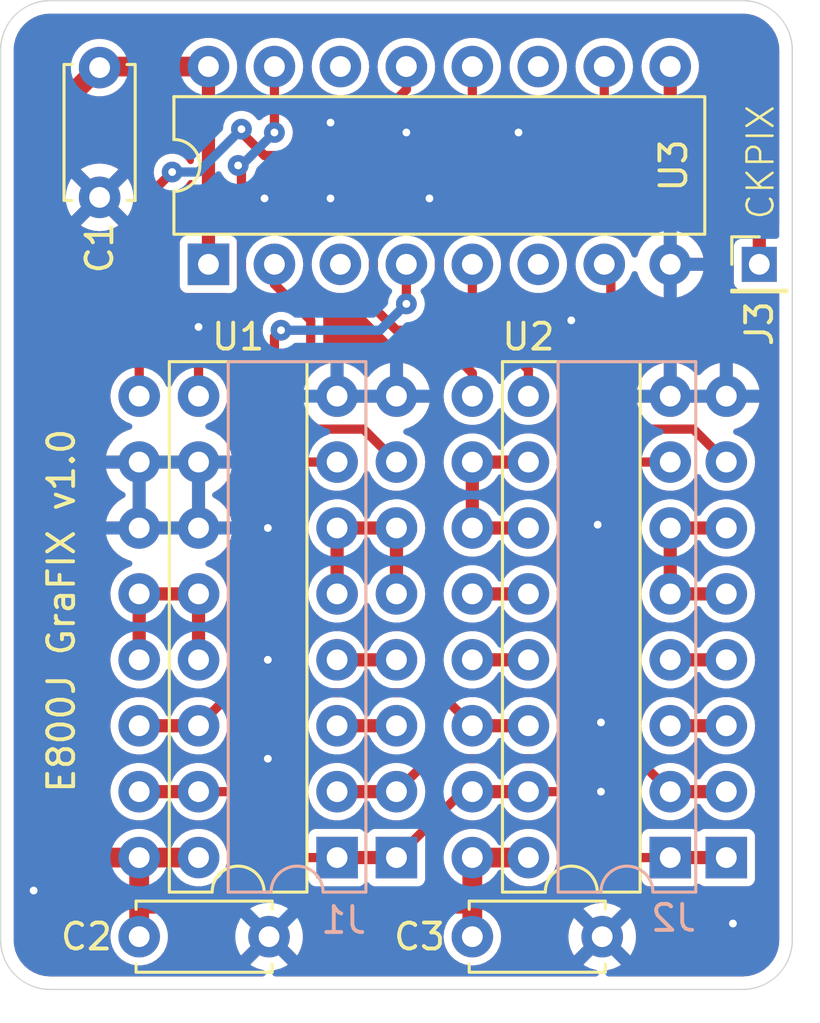
<source format=kicad_pcb>
(kicad_pcb (version 20240108) (generator "pcbnew") (generator_version "8.0")
  (layers (0 "F.Cu" signal) (31 "B.Cu" signal) (34 "B.Paste" user) (35 "F.Paste" user) (36 "B.SilkS" user "B.Silkscreen") (37 "F.SilkS" user "F.Silkscreen") (38 "B.Mask" user) (39 "F.Mask" user) (44 "Edge.Cuts" user))
  (net 0 "")
  (net 1 "/~{blnk}")
  (net 2 "/BG")
  (net 3 "GND")
  (net 4 "/AG")
  (net 5 "/S1")
  (net 6 "/r_g")
  (net 7 "/BRI")
  (net 8 "VCC")
  (net 9 "/S0")
  (net 10 "/PG")
  (net 11 "/r_bri")
  (net 12 "/PR")
  (net 13 "/BB")
  (net 14 "/AB")
  (net 15 "/AR")
  (net 16 "/PB")
  (net 17 "/BR")
  (net 18 "/r_b")
  (net 19 "/r_r")
  (net 20 "/s_g")
  (net 21 "/s_bri")
  (net 22 "/s_r")
  (net 23 "/s_b")
  (net 25 "unconnected-(U3-~{Q0}-Pad3)")
  (net 28 "Net-(J3-Pin_1)")
  (footprint "Capacitor_THT:C_Disc_D5.0mm_W2.5mm_P5.00mm" (layer "F.Cu") (at 104.394 66.548)
    (property "Reference" "C2" (at -2.032 0 0) (layer "F.SilkS"))
    (property "Value" "100nF")
    (fp_line (start -0.12 -1.37) (end -0.12 -1.055) (stroke (width 0.12)) (layer "F.SilkS"))
    (fp_line (start -0.12 -1.37) (end 5.12 -1.37) (stroke (width 0.12)) (layer "F.SilkS"))
    (fp_line (start -0.12 1.055) (end -0.12 1.37) (stroke (width 0.12)) (layer "F.SilkS"))
    (fp_line (start -0.12 1.37) (end 5.12 1.37) (stroke (width 0.12)) (layer "F.SilkS"))
    (fp_line (start 5.12 -1.37) (end 5.12 -1.055) (stroke (width 0.12)) (layer "F.SilkS"))
    (fp_line (start 5.12 1.055) (end 5.12 1.37) (stroke (width 0.12)) (layer "F.SilkS"))
    (pad "1" thru_hole circle (at 0 0) (size 1.6 1.6) (drill 0.8) (layers "*.Cu" "*.Mask") (net 8 "VCC"))
    (pad "2" thru_hole circle (at 5 0) (size 1.6 1.6) (drill 0.8) (layers "*.Cu" "*.Mask") (net 3 "GND"))
  )
  (footprint "Connector_PinHeader_2.00mm:PinHeader_1x01_P2.00mm_Vertical" (layer "F.Cu") (at 128.27 40.64)
    (property "Reference" "J3" (at 0 2.286 90) (layer "F.SilkS"))
    (property "Value" "CKPIX")
    (fp_line (start -1.06 -1.06) (end 0 -1.06) (stroke (width 0.12)) (layer "F.SilkS"))
    (fp_line (start -1.06 0) (end -1.06 -1.06) (stroke (width 0.12)) (layer "F.SilkS"))
    (fp_line (start -1.06 1) (end -1.06 1.06) (stroke (width 0.12)) (layer "F.SilkS"))
    (fp_line (start -1.06 1) (end 1.06 1) (stroke (width 0.12)) (layer "F.SilkS"))
    (fp_line (start -1.06 1.06) (end 1.06 1.06) (stroke (width 0.12)) (layer "F.SilkS"))
    (fp_line (start 1.06 1) (end 1.06 1.06) (stroke (width 0.12)) (layer "F.SilkS"))
    (pad "1" thru_hole rect (at 0 0) (size 1.35 1.35) (drill 0.8) (layers "*.Cu" "*.Mask") (net 28 "Net-(J3-Pin_1)"))
  )
  (footprint "Capacitor_THT:C_Disc_D5.0mm_W2.5mm_P5.00mm" (layer "F.Cu") (at 102.87 33.06 -90)
    (property "Reference" "C1" (at 6.945 0 90) (layer "F.SilkS"))
    (property "Value" "100nF")
    (fp_line (start -0.12 1.37) (end 5.12 1.37) (stroke (width 0.12)) (layer "F.SilkS"))
    (fp_line (start -0.12 1.055) (end -0.12 1.37) (stroke (width 0.12)) (layer "F.SilkS"))
    (fp_line (start 5.12 1.055) (end 5.12 1.37) (stroke (width 0.12)) (layer "F.SilkS"))
    (fp_line (start -0.12 -1.37) (end -0.12 -1.055) (stroke (width 0.12)) (layer "F.SilkS"))
    (fp_line (start -0.12 -1.37) (end 5.12 -1.37) (stroke (width 0.12)) (layer "F.SilkS"))
    (fp_line (start 5.12 -1.37) (end 5.12 -1.055) (stroke (width 0.12)) (layer "F.SilkS"))
    (pad "1" thru_hole circle (at 0 0 270) (size 1.6 1.6) (drill 0.8) (layers "*.Cu" "*.Mask") (net 8 "VCC"))
    (pad "2" thru_hole circle (at 5 0 270) (size 1.6 1.6) (drill 0.8) (layers "*.Cu" "*.Mask") (net 3 "GND"))
  )
  (footprint "Capacitor_THT:C_Disc_D5.0mm_W2.5mm_P5.00mm" (layer "F.Cu") (at 117.221 66.548)
    (property "Reference" "C3" (at -2.032 0 0) (layer "F.SilkS"))
    (property "Value" "100nF")
    (fp_line (start -0.12 -1.37) (end -0.12 -1.055) (stroke (width 0.12)) (layer "F.SilkS"))
    (fp_line (start -0.12 -1.37) (end 5.12 -1.37) (stroke (width 0.12)) (layer "F.SilkS"))
    (fp_line (start -0.12 1.055) (end -0.12 1.37) (stroke (width 0.12)) (layer "F.SilkS"))
    (fp_line (start -0.12 1.37) (end 5.12 1.37) (stroke (width 0.12)) (layer "F.SilkS"))
    (fp_line (start 5.12 -1.37) (end 5.12 -1.055) (stroke (width 0.12)) (layer "F.SilkS"))
    (fp_line (start 5.12 1.055) (end 5.12 1.37) (stroke (width 0.12)) (layer "F.SilkS"))
    (pad "1" thru_hole circle (at 0 0) (size 1.6 1.6) (drill 0.8) (layers "*.Cu" "*.Mask") (net 8 "VCC"))
    (pad "2" thru_hole circle (at 5 0) (size 1.6 1.6) (drill 0.8) (layers "*.Cu" "*.Mask") (net 3 "GND"))
  )
  (footprint "grafix:DIP16_pins" (layer "F.Cu") (at 127 63.5 180)
    (property "Reference" "J2" (at 2.032 -2.33 180) (layer "B.SilkS") (effects (justify mirror)))
    (property "Value" "U65")
    (fp_line (start 6.477 19.11) (end 1.177 19.11) (stroke (width 0.12)) (layer "B.SilkS"))
    (fp_line (start 6.477 -1.33) (end 6.477 19.11) (stroke (width 0.12)) (layer "B.SilkS"))
    (fp_line (start 4.827 -1.33) (end 6.477 -1.33) (stroke (width 0.12)) (layer "B.SilkS"))
    (fp_line (start 1.177 19.11) (end 1.177 -1.33) (stroke (width 0.12)) (layer "B.SilkS"))
    (fp_line (start 1.177 -1.33) (end 2.827 -1.33) (stroke (width 0.12)) (layer "B.SilkS"))
    (fp_arc (start 4.827 -1.33) (mid 3.827 -0.33) (end 2.827 -1.33) (stroke (width 0.12)) (layer "B.SilkS"))
    (pad "1" thru_hole rect (at 0 0 180) (size 1.6 1.6) (drill 0.8) (layers "*.Cu" "*.Mask") (net 1 "/~{blnk}"))
    (pad "2" thru_hole oval (at 0 2.54 180) (size 1.6 1.6) (drill 0.8) (layers "*.Cu" "*.Mask") (net 5 "/S1"))
    (pad "3" thru_hole oval (at 0 5.08 180) (size 1.6 1.6) (drill 0.8) (layers "*.Cu" "*.Mask") (net 14 "/AB"))
    (pad "4" thru_hole oval (at 0 7.62 180) (size 1.6 1.6) (drill 0.8) (layers "*.Cu" "*.Mask") (net 16 "/PB"))
    (pad "5" thru_hole oval (at 0 10.16 180) (size 1.6 1.6) (drill 0.8) (layers "*.Cu" "*.Mask") (net 13 "/BB"))
    (pad "6" thru_hole oval (at 0 12.7 180) (size 1.6 1.6) (drill 0.8) (layers "*.Cu" "*.Mask") (net 13 "/BB"))
    (pad "7" thru_hole oval (at 0 15.24 180) (size 1.6 1.6) (drill 0.8) (layers "*.Cu" "*.Mask") (net 18 "/r_b"))
    (pad "8" thru_hole oval (at 0 17.78 180) (size 1.6 1.6) (drill 0.8) (layers "*.Cu" "*.Mask") (net 3 "GND"))
    (pad "9" thru_hole oval (at 7.62 17.78 180) (size 1.6 1.6) (drill 0.8) (layers "*.Cu" "*.Mask") (net 19 "/r_r"))
    (pad "10" thru_hole oval (at 7.62 15.24 180) (size 1.6 1.6) (drill 0.8) (layers "*.Cu" "*.Mask") (net 17 "/BR"))
    (pad "11" thru_hole oval (at 7.62 12.7 180) (size 1.6 1.6) (drill 0.8) (layers "*.Cu" "*.Mask") (net 17 "/BR"))
    (pad "12" thru_hole oval (at 7.62 10.16 180) (size 1.6 1.6) (drill 0.8) (layers "*.Cu" "*.Mask") (net 12 "/PR"))
    (pad "13" thru_hole oval (at 7.62 7.62 180) (size 1.6 1.6) (drill 0.8) (layers "*.Cu" "*.Mask") (net 15 "/AR"))
    (pad "14" thru_hole oval (at 7.62 5.08 180) (size 1.6 1.6) (drill 0.8) (layers "*.Cu" "*.Mask") (net 9 "/S0"))
    (pad "15" thru_hole oval (at 7.62 2.54 180) (size 1.6 1.6) (drill 0.8) (layers "*.Cu" "*.Mask") (net 1 "/~{blnk}"))
    (pad "16" thru_hole oval (at 7.62 0 180) (size 1.6 1.6) (drill 0.8) (layers "*.Cu" "*.Mask") (net 8 "VCC"))
  )
  (footprint "Package_DIP:DIP-16_W7.62mm" (layer "F.Cu") (at 112.014 63.5 180)
    (property "Reference" "U1" (at 3.81 20.066 0) (layer "F.SilkS"))
    (property "Value" "74LS153")
    (fp_line (start 6.46 19.11) (end 6.46 -1.33) (stroke (width 0.12)) (layer "F.SilkS"))
    (fp_line (start 6.46 -1.33) (end 4.81 -1.33) (stroke (width 0.12)) (layer "F.SilkS"))
    (fp_line (start 2.81 -1.33) (end 1.16 -1.33) (stroke (width 0.12)) (layer "F.SilkS"))
    (fp_line (start 1.16 19.11) (end 6.46 19.11) (stroke (width 0.12)) (layer "F.SilkS"))
    (fp_line (start 1.16 -1.33) (end 1.16 19.11) (stroke (width 0.12)) (layer "F.SilkS"))
    (fp_arc (start 4.81 -1.33) (mid 3.81 -0.33) (end 2.81 -1.33) (stroke (width 0.12)) (layer "F.SilkS"))
    (pad "1" thru_hole rect (at 0 0 180) (size 1.6 1.6) (drill 0.8) (layers "*.Cu" "*.Mask") (net 1 "/~{blnk}"))
    (pad "2" thru_hole oval (at 0 2.54 180) (size 1.6 1.6) (drill 0.8) (layers "*.Cu" "*.Mask") (net 5 "/S1"))
    (pad "3" thru_hole oval (at 0 5.08 180) (size 1.6 1.6) (drill 0.8) (layers "*.Cu" "*.Mask") (net 4 "/AG"))
    (pad "4" thru_hole oval (at 0 7.62 180) (size 1.6 1.6) (drill 0.8) (layers "*.Cu" "*.Mask") (net 10 "/PG"))
    (pad "5" thru_hole oval (at 0 10.16 180) (size 1.6 1.6) (drill 0.8) (layers "*.Cu" "*.Mask") (net 2 "/BG"))
    (pad "6" thru_hole oval (at 0 12.7 180) (size 1.6 1.6) (drill 0.8) (layers "*.Cu" "*.Mask") (net 2 "/BG"))
    (pad "7" thru_hole oval (at 0 15.24 180) (size 1.6 1.6) (drill 0.8) (layers "*.Cu" "*.Mask") (net 20 "/s_g"))
    (pad "8" thru_hole oval (at 0 17.78 180) (size 1.6 1.6) (drill 0.8) (layers "*.Cu" "*.Mask") (net 3 "GND"))
    (pad "9" thru_hole oval (at 7.62 17.78 180) (size 1.6 1.6) (drill 0.8) (layers "*.Cu" "*.Mask") (net 21 "/s_bri"))
    (pad "10" thru_hole oval (at 7.62 15.24 180) (size 1.6 1.6) (drill 0.8) (layers "*.Cu" "*.Mask") (net 3 "GND"))
    (pad "11" thru_hole oval (at 7.62 12.7 180) (size 1.6 1.6) (drill 0.8) (layers "*.Cu" "*.Mask") (net 3 "GND"))
    (pad "12" thru_hole oval (at 7.62 10.16 180) (size 1.6 1.6) (drill 0.8) (layers "*.Cu" "*.Mask") (net 7 "/BRI"))
    (pad "13" thru_hole oval (at 7.62 7.62 180) (size 1.6 1.6) (drill 0.8) (layers "*.Cu" "*.Mask") (net 7 "/BRI"))
    (pad "14" thru_hole oval (at 7.62 5.08 180) (size 1.6 1.6) (drill 0.8) (layers "*.Cu" "*.Mask") (net 9 "/S0"))
    (pad "15" thru_hole oval (at 7.62 2.54 180) (size 1.6 1.6) (drill 0.8) (layers "*.Cu" "*.Mask") (net 1 "/~{blnk}"))
    (pad "16" thru_hole oval (at 7.62 0 180) (size 1.6 1.6) (drill 0.8) (layers "*.Cu" "*.Mask") (net 8 "VCC"))
  )
  (footprint "Package_DIP:DIP-16_W7.62mm" (layer "F.Cu") (at 107.061 40.64 90)
    (property "Reference" "U3" (at 3.81 17.907 90) (layer "F.SilkS"))
    (property "Value" "74LS175")
    (fp_line (start 6.46 -1.33) (end 4.81 -1.33) (stroke (width 0.12)) (layer "F.SilkS"))
    (fp_line (start 2.81 -1.33) (end 1.16 -1.33) (stroke (width 0.12)) (layer "F.SilkS"))
    (fp_line (start 1.16 -1.33) (end 1.16 19.11) (stroke (width 0.12)) (layer "F.SilkS"))
    (fp_line (start 6.46 19.11) (end 6.46 -1.33) (stroke (width 0.12)) (layer "F.SilkS"))
    (fp_line (start 1.16 19.11) (end 6.46 19.11) (stroke (width 0.12)) (layer "F.SilkS"))
    (fp_arc (start 4.81 -1.33) (mid 3.81 -0.33) (end 2.81 -1.33) (stroke (width 0.12)) (layer "F.SilkS"))
    (pad "1" thru_hole rect (at 0 0 90) (size 1.6 1.6) (drill 0.8) (layers "*.Cu" "*.Mask") (net 8 "VCC"))
    (pad "2" thru_hole oval (at 0 2.54 90) (size 1.6 1.6) (drill 0.8) (layers "*.Cu" "*.Mask") (net 6 "/r_g"))
    (pad "3" thru_hole oval (at 0 5.08 90) (size 1.6 1.6) (drill 0.8) (layers "*.Cu" "*.Mask") (net 25 "unconnected-(U3-~{Q0}-Pad3)"))
    (pad "4" thru_hole oval (at 0 7.62 90) (size 1.6 1.6) (drill 0.8) (layers "*.Cu" "*.Mask") (net 20 "/s_g"))
    (pad "5" thru_hole oval (at 0 10.16 90) (size 1.6 1.6) (drill 0.8) (layers "*.Cu" "*.Mask") (net 23 "/s_b"))
    (pad "6" thru_hole oval (at 0 12.7 90) (size 1.6 1.6) (drill 0.8) (layers "*.Cu" "*.Mask"))
    (pad "7" thru_hole oval (at 0 15.24 90) (size 1.6 1.6) (drill 0.8) (layers "*.Cu" "*.Mask") (net 18 "/r_b"))
    (pad "8" thru_hole oval (at 0 17.78 90) (size 1.6 1.6) (drill 0.8) (layers "*.Cu" "*.Mask") (net 3 "GND"))
    (pad "9" thru_hole oval (at 7.62 17.78 90) (size 1.6 1.6) (drill 0.8) (layers "*.Cu" "*.Mask") (net 28 "Net-(J3-Pin_1)"))
    (pad "10" thru_hole oval (at 7.62 15.24 90) (size 1.6 1.6) (drill 0.8) (layers "*.Cu" "*.Mask") (net 19 "/r_r"))
    (pad "11" thru_hole oval (at 7.62 12.7 90) (size 1.6 1.6) (drill 0.8) (layers "*.Cu" "*.Mask"))
    (pad "12" thru_hole oval (at 7.62 10.16 90) (size 1.6 1.6) (drill 0.8) (layers "*.Cu" "*.Mask") (net 22 "/s_r"))
    (pad "13" thru_hole oval (at 7.62 7.62 90) (size 1.6 1.6) (drill 0.8) (layers "*.Cu" "*.Mask") (net 21 "/s_bri"))
    (pad "14" thru_hole oval (at 7.62 5.08 90) (size 1.6 1.6) (drill 0.8) (layers "*.Cu" "*.Mask"))
    (pad "15" thru_hole oval (at 7.62 2.54 90) (size 1.6 1.6) (drill 0.8) (layers "*.Cu" "*.Mask") (net 11 "/r_bri"))
    (pad "16" thru_hole oval (at 7.62 0 90) (size 1.6 1.6) (drill 0.8) (layers "*.Cu" "*.Mask") (net 8 "VCC"))
  )
  (footprint "grafix:DIP16_pins" (layer "F.Cu") (at 114.3 63.5 180)
    (property "Reference" "J1" (at 2.032 -2.413 180) (layer "B.SilkS") (effects (justify mirror)))
    (property "Value" "U64")
    (fp_line (start 6.477 19.11) (end 1.177 19.11) (stroke (width 0.12)) (layer "B.SilkS"))
    (fp_line (start 6.477 -1.33) (end 6.477 19.11) (stroke (width 0.12)) (layer "B.SilkS"))
    (fp_line (start 4.827 -1.33) (end 6.477 -1.33) (stroke (width 0.12)) (layer "B.SilkS"))
    (fp_line (start 1.177 19.11) (end 1.177 -1.33) (stroke (width 0.12)) (layer "B.SilkS"))
    (fp_line (start 1.177 -1.33) (end 2.827 -1.33) (stroke (width 0.12)) (layer "B.SilkS"))
    (fp_arc (start 4.827 -1.33) (mid 3.827 -0.33) (end 2.827 -1.33) (stroke (width 0.12)) (layer "B.SilkS"))
    (pad "1" thru_hole rect (at 0 0 180) (size 1.6 1.6) (drill 0.8) (layers "*.Cu" "*.Mask") (net 1 "/~{blnk}"))
    (pad "2" thru_hole oval (at 0 2.54 180) (size 1.6 1.6) (drill 0.8) (layers "*.Cu" "*.Mask") (net 5 "/S1"))
    (pad "3" thru_hole oval (at 0 5.08 180) (size 1.6 1.6) (drill 0.8) (layers "*.Cu" "*.Mask") (net 4 "/AG"))
    (pad "4" thru_hole oval (at 0 7.62 180) (size 1.6 1.6) (drill 0.8) (layers "*.Cu" "*.Mask") (net 10 "/PG"))
    (pad "5" thru_hole oval (at 0 10.16 180) (size 1.6 1.6) (drill 0.8) (layers "*.Cu" "*.Mask") (net 2 "/BG"))
    (pad "6" thru_hole oval (at 0 12.7 180) (size 1.6 1.6) (drill 0.8) (layers "*.Cu" "*.Mask") (net 2 "/BG"))
    (pad "7" thru_hole oval (at 0 15.24 180) (size 1.6 1.6) (drill 0.8) (layers "*.Cu" "*.Mask") (net 6 "/r_g"))
    (pad "8" thru_hole oval (at 0 17.78 180) (size 1.6 1.6) (drill 0.8) (layers "*.Cu" "*.Mask") (net 3 "GND"))
    (pad "9" thru_hole oval (at 7.62 17.78 180) (size 1.6 1.6) (drill 0.8) (layers "*.Cu" "*.Mask") (net 11 "/r_bri"))
    (pad "10" thru_hole oval (at 7.62 15.24 180) (size 1.6 1.6) (drill 0.8) (layers "*.Cu" "*.Mask") (net 3 "GND"))
    (pad "11" thru_hole oval (at 7.62 12.7 180) (size 1.6 1.6) (drill 0.8) (layers "*.Cu" "*.Mask") (net 3 "GND"))
    (pad "12" thru_hole oval (at 7.62 10.16 180) (size 1.6 1.6) (drill 0.8) (layers "*.Cu" "*.Mask") (net 7 "/BRI"))
    (pad "13" thru_hole oval (at 7.62 7.62 180) (size 1.6 1.6) (drill 0.8) (layers "*.Cu" "*.Mask") (net 7 "/BRI"))
    (pad "14" thru_hole oval (at 7.62 5.08 180) (size 1.6 1.6) (drill 0.8) (layers "*.Cu" "*.Mask") (net 9 "/S0"))
    (pad "15" thru_hole oval (at 7.62 2.54 180) (size 1.6 1.6) (drill 0.8) (layers "*.Cu" "*.Mask") (net 1 "/~{blnk}"))
    (pad "16" thru_hole oval (at 7.62 0 180) (size 1.6 1.6) (drill 0.8) (layers "*.Cu" "*.Mask") (net 8 "VCC"))
  )
  (footprint "Package_DIP:DIP-16_W7.62mm" (layer "F.Cu") (at 124.841 63.5 180)
    (property "Reference" "U2" (at 5.461 20.066 0) (layer "F.SilkS"))
    (property "Value" "74LS153")
    (fp_line (start 6.46 19.11) (end 6.46 -1.33) (stroke (width 0.12)) (layer "F.SilkS"))
    (fp_line (start 6.46 -1.33) (end 4.81 -1.33) (stroke (width 0.12)) (layer "F.SilkS"))
    (fp_line (start 2.81 -1.33) (end 1.16 -1.33) (stroke (width 0.12)) (layer "F.SilkS"))
    (fp_line (start 1.16 19.11) (end 6.46 19.11) (stroke (width 0.12)) (layer "F.SilkS"))
    (fp_line (start 1.16 -1.33) (end 1.16 19.11) (stroke (width 0.12)) (layer "F.SilkS"))
    (fp_arc (start 4.81 -1.33) (mid 3.81 -0.33) (end 2.81 -1.33) (stroke (width 0.12)) (layer "F.SilkS"))
    (pad "1" thru_hole rect (at 0 0 180) (size 1.6 1.6) (drill 0.8) (layers "*.Cu" "*.Mask") (net 1 "/~{blnk}"))
    (pad "2" thru_hole oval (at 0 2.54 180) (size 1.6 1.6) (drill 0.8) (layers "*.Cu" "*.Mask") (net 5 "/S1"))
    (pad "3" thru_hole oval (at 0 5.08 180) (size 1.6 1.6) (drill 0.8) (layers "*.Cu" "*.Mask") (net 14 "/AB"))
    (pad "4" thru_hole oval (at 0 7.62 180) (size 1.6 1.6) (drill 0.8) (layers "*.Cu" "*.Mask") (net 16 "/PB"))
    (pad "5" thru_hole oval (at 0 10.16 180) (size 1.6 1.6) (drill 0.8) (layers "*.Cu" "*.Mask") (net 13 "/BB"))
    (pad "6" thru_hole oval (at 0 12.7 180) (size 1.6 1.6) (drill 0.8) (layers "*.Cu" "*.Mask") (net 13 "/BB"))
    (pad "7" thru_hole oval (at 0 15.24 180) (size 1.6 1.6) (drill 0.8) (layers "*.Cu" "*.Mask") (net 23 "/s_b"))
    (pad "8" thru_hole oval (at 0 17.78 180) (size 1.6 1.6) (drill 0.8) (layers "*.Cu" "*.Mask") (net 3 "GND"))
    (pad "9" thru_hole oval (at 7.62 17.78 180) (size 1.6 1.6) (drill 0.8) (layers "*.Cu" "*.Mask") (net 22 "/s_r"))
    (pad "10" thru_hole oval (at 7.62 15.24 180) (size 1.6 1.6) (drill 0.8) (layers "*.Cu" "*.Mask") (net 17 "/BR"))
    (pad "11" thru_hole oval (at 7.62 12.7 180) (size 1.6 1.6) (drill 0.8) (layers "*.Cu" "*.Mask") (net 17 "/BR"))
    (pad "12" thru_hole oval (at 7.62 10.16 180) (size 1.6 1.6) (drill 0.8) (layers "*.Cu" "*.Mask") (net 12 "/PR"))
    (pad "13" thru_hole oval (at 7.62 7.62 180) (size 1.6 1.6) (drill 0.8) (layers "*.Cu" "*.Mask") (net 15 "/AR"))
    (pad "14" thru_hole oval (at 7.62 5.08 180) (size 1.6 1.6) (drill 0.8) (layers "*.Cu" "*.Mask") (net 9 "/S0"))
    (pad "15" thru_hole oval (at 7.62 2.54 180) (size 1.6 1.6) (drill 0.8) (layers "*.Cu" "*.Mask") (net 1 "/~{blnk}"))
    (pad "16" thru_hole oval (at 7.62 0 180) (size 1.6 1.6) (drill 0.8) (layers "*.Cu" "*.Mask") (net 8 "VCC"))
  )
  (gr_line (start 127.635 30.48) (end 100.965 30.48) (stroke (width 0.05)) (layer "Edge.Cuts"))
  (gr_arc (start 100.965 68.58) (mid 99.617962 68.022038) (end 99.06 66.675) (stroke (width 0.05)) (layer "Edge.Cuts"))
  (gr_line (start 99.06 66.675) (end 99.06 32.385) (stroke (width 0.05)) (layer "Edge.Cuts"))
  (gr_arc (start 129.54 66.675) (mid 128.982038 68.022038) (end 127.635 68.58) (stroke (width 0.05)) (layer "Edge.Cuts"))
  (gr_arc (start 127.635 30.48) (mid 128.982038 31.037962) (end 129.54 32.385) (stroke (width 0.05)) (layer "Edge.Cuts"))
  (gr_line (start 100.965 68.58) (end 127.635 68.58) (stroke (width 0.05)) (layer "Edge.Cuts"))
  (gr_line (start 129.54 66.675) (end 129.54 32.385) (stroke (width 0.05)) (layer "Edge.Cuts"))
  (gr_arc (start 99.06 32.385) (mid 99.617962 31.037962) (end 100.965 30.48) (stroke (width 0.05)) (layer "Edge.Cuts"))
  (gr_text "CKPIX" (at 128.905 38.989 90) (layer "F.SilkS") (effects (font (size 1 1) (thickness 0.1)) (justify left bottom)))
  (gr_text "E800J GraFIX v1.0" (at 101.981 61.087 90) (layer "F.SilkS") (effects (font (size 1 1)) (justify left bottom)))
  (segment (start 119.38 60.96) (end 120.65 60.96) (width 0.3556) (layer "F.Cu") (net 1))
  (segment (start 110.49 63.5) (end 112.014 63.5) (width 0.3556) (layer "F.Cu") (net 1))
  (segment (start 123.19 63.5) (end 124.841 63.5) (width 0.3556) (layer "F.Cu") (net 1))
  (segment (start 116.84 60.96) (end 117.221 60.96) (width 0.3556) (layer "F.Cu") (net 1))
  (segment (start 112.014 63.5) (end 114.3 63.5) (width 0.508) (layer "F.Cu") (net 1))
  (segment (start 104.394 60.96) (end 106.68 60.96) (width 0.508) (layer "F.Cu") (net 1))
  (segment (start 127 63.5) (end 124.841 63.5) (width 0.508) (layer "F.Cu") (net 1))
  (segment (start 106.68 60.96) (end 107.95 60.96) (width 0.3556) (layer "F.Cu") (net 1))
  (segment (start 120.65 60.96) (end 123.19 63.5) (width 0.3556) (layer "F.Cu") (net 1))
  (segment (start 117.221 60.96) (end 119.38 60.96) (width 0.508) (layer "F.Cu") (net 1))
  (segment (start 114.3 63.5) (end 116.84 60.96) (width 0.3556) (layer "F.Cu") (net 1))
  (segment (start 107.95 60.96) (end 110.49 63.5) (width 0.3556) (layer "F.Cu") (net 1))
  (segment (start 112.014 50.8) (end 114.3 50.8) (width 0.508) (layer "F.Cu") (net 2))
  (segment (start 112.014 53.34) (end 112.014 50.8) (width 0.508) (layer "F.Cu") (net 2))
  (segment (start 114.3 50.8) (end 114.3 53.34) (width 0.508) (layer "F.Cu") (net 2))
  (via (at 111.76 38.1) (size 0.8) (drill 0.3) (layers "F.Cu" "B.Cu") (net 3))
  (via (at 122.174 58.293) (size 0.8) (drill 0.3) (layers "F.Cu" "B.Cu") (net 3))
  (via (at 109.347 50.8) (size 0.8) (drill 0.3) (layers "F.Cu" "B.Cu") (net 3))
  (via (at 111.76 35.179) (size 0.8) (drill 0.3) (layers "F.Cu" "B.Cu") (net 3))
  (via (at 122.174 60.96) (size 0.8) (drill 0.3) (layers "F.Cu" "B.Cu") (net 3))
  (via (at 122.047 50.673) (size 0.8) (drill 0.3) (layers "F.Cu" "B.Cu") (net 3))
  (via (at 109.22 38.1) (size 0.8) (drill 0.3) (layers "F.Cu" "B.Cu") (net 3))
  (via (at 118.999 35.56) (size 0.8) (drill 0.3) (layers "F.Cu" "B.Cu") (net 3))
  (via (at 121.031 42.799) (size 0.8) (drill 0.3) (layers "F.Cu" "B.Cu") (net 3))
  (via (at 127.254 66.04) (size 0.8) (drill 0.3) (layers "F.Cu" "B.Cu") (net 3))
  (via (at 109.347 55.88) (size 0.8) (drill 0.3) (layers "F.Cu" "B.Cu") (net 3))
  (via (at 100.33 64.77) (size 0.8) (drill 0.3) (layers "F.Cu" "B.Cu") (net 3))
  (via (at 114.681 35.56) (size 0.8) (drill 0.3) (layers "F.Cu" "B.Cu") (net 3))
  (via (at 109.347 59.69) (size 0.8) (drill 0.3) (layers "F.Cu" "B.Cu") (net 3))
  (via (at 115.57 38.1) (size 0.8) (drill 0.3) (layers "F.Cu" "B.Cu") (net 3))
  (via (at 106.68 43.053) (size 0.8) (drill 0.3) (layers "F.Cu" "B.Cu") (net 3))
  (segment (start 112.014 58.42) (end 114.3 58.42) (width 0.508) (layer "F.Cu") (net 4))
  (segment (start 114.3 60.96) (end 115.57 59.69) (width 0.3556) (layer "F.Cu") (net 5))
  (segment (start 124.841 60.96) (end 127 60.96) (width 0.508) (layer "F.Cu") (net 5))
  (segment (start 123.571 59.69) (end 124.841 60.96) (width 0.3556) (layer "F.Cu") (net 5))
  (segment (start 115.57 59.69) (end 123.571 59.69) (width 0.3556) (layer "F.Cu") (net 5))
  (segment (start 114.3 60.96) (end 112.014 60.96) (width 0.508) (layer "F.Cu") (net 5))
  (segment (start 109.601 40.64) (end 109.601 41.402) (width 0.3556) (layer "F.Cu") (net 6))
  (segment (start 113.03 46.99) (end 114.3 48.26) (width 0.3556) (layer "F.Cu") (net 6))
  (segment (start 110.998 42.799) (end 110.998 43.815) (width 0.3556) (layer "F.Cu") (net 6))
  (segment (start 110.744 46.99) (end 113.03 46.99) (width 0.3556) (layer "F.Cu") (net 6))
  (segment (start 110.998 43.815) (end 110.363 44.45) (width 0.3556) (layer "F.Cu") (net 6))
  (segment (start 110.363 44.45) (end 110.363 46.609) (width 0.3556) (layer "F.Cu") (net 6))
  (segment (start 110.363 46.609) (end 110.744 46.99) (width 0.3556) (layer "F.Cu") (net 6))
  (segment (start 109.601 41.402) (end 110.998 42.799) (width 0.3556) (layer "F.Cu") (net 6))
  (segment (start 106.68 55.88) (end 106.68 53.34) (width 0.508) (layer "F.Cu") (net 7))
  (segment (start 106.68 53.34) (end 104.394 53.34) (width 0.508) (layer "F.Cu") (net 7))
  (segment (start 104.394 53.34) (end 104.394 55.88) (width 0.508) (layer "F.Cu") (net 7))
  (segment (start 108.077 64.77) (end 110.49 64.77) (width 0.762) (layer "F.Cu") (net 8))
  (segment (start 100.965 34.925) (end 102.87 33.02) (width 0.762) (layer "F.Cu") (net 8))
  (segment (start 102.235 63.5) (end 100.965 62.23) (width 0.762) (layer "F.Cu") (net 8))
  (segment (start 107.315 40.894) (end 107.061 40.64) (width 0.254) (layer "F.Cu") (net 8))
  (segment (start 117.221 63.5) (end 119.38 63.5) (width 0.762) (layer "F.Cu") (net 8))
  (segment (start 102.87 33.02) (end 107.061 33.02) (width 0.762) (layer "F.Cu") (net 8))
  (segment (start 110.49 64.77) (end 110.998 65.278) (width 0.762) (layer "F.Cu") (net 8))
  (segment (start 107.569 65.278) (end 108.077 64.77) (width 0.762) (layer "F.Cu") (net 8))
  (segment (start 104.394 65.278) (end 104.394 66.548) (width 0.762) (layer "F.Cu") (net 8))
  (segment (start 106.68 63.5) (end 104.394 63.5) (width 0.762) (layer "F.Cu") (net 8))
  (segment (start 107.061 33.02) (end 107.061 40.64) (width 0.508) (layer "F.Cu") (net 8))
  (segment (start 117.221 65.405) (end 117.221 66.421) (width 0.762) (layer "F.Cu") (net 8))
  (segment (start 110.998 65.278) (end 117.094 65.278) (width 0.762) (layer "F.Cu") (net 8))
  (segment (start 117.094 65.278) (end 117.221 65.405) (width 0.762) (layer "F.Cu") (net 8))
  (segment (start 104.394 63.5) (end 102.235 63.5) (width 0.762) (layer "F.Cu") (net 8))
  (segment (start 117.221 63.5) (end 117.221 65.405) (width 0.762) (layer "F.Cu") (net 8))
  (segment (start 100.965 62.23) (end 100.965 34.925) (width 0.762) (layer "F.Cu") (net 8))
  (segment (start 104.394 65.278) (end 107.569 65.278) (width 0.762) (layer "F.Cu") (net 8))
  (segment (start 117.221 66.421) (end 117.094 66.548) (width 0.508) (layer "F.Cu") (net 8))
  (segment (start 104.394 65.278) (end 104.394 63.5) (width 0.762) (layer "F.Cu") (net 8))
  (segment (start 107.315 41.275) (end 107.315 40.894) (width 0.254) (layer "F.Cu") (net 8))
  (segment (start 115.951 57.15) (end 107.95 57.15) (width 0.3556) (layer "F.Cu") (net 9))
  (segment (start 104.394 58.42) (end 106.68 58.42) (width 0.508) (layer "F.Cu") (net 9))
  (segment (start 119.38 58.42) (end 117.221 58.42) (width 0.508) (layer "F.Cu") (net 9))
  (segment (start 117.221 58.42) (end 115.951 57.15) (width 0.3556) (layer "F.Cu") (net 9))
  (segment (start 107.95 57.15) (end 106.68 58.42) (width 0.3556) (layer "F.Cu") (net 9))
  (segment (start 112.014 55.88) (end 114.3 55.88) (width 0.508) (layer "F.Cu") (net 10))
  (segment (start 108.331 42.799) (end 106.68 44.45) (width 0.3556) (layer "F.Cu") (net 11))
  (segment (start 108.331 36.957) (end 108.331 42.799) (width 0.3556) (layer "F.Cu") (net 11))
  (segment (start 108.204 36.83) (end 108.331 36.957) (width 0.3556) (layer "F.Cu") (net 11))
  (segment (start 106.68 44.45) (end 106.68 45.72) (width 0.3556) (layer "F.Cu") (net 11))
  (segment (start 109.601 35.56) (end 109.601 33.02) (width 0.3556) (layer "F.Cu") (net 11))
  (via (at 108.204 36.83) (size 0.8) (drill 0.3) (layers "F.Cu" "B.Cu") (net 11))
  (via (at 109.601 35.56) (size 0.8) (drill 0.3) (layers "F.Cu" "B.Cu") (net 11))
  (segment (start 109.601 35.56) (end 108.331 36.83) (width 0.3556) (layer "B.Cu") (net 11))
  (segment (start 108.331 36.83) (end 108.204 36.83) (width 0.3556) (layer "B.Cu") (net 11))
  (segment (start 119.38 53.34) (end 117.221 53.34) (width 0.508) (layer "F.Cu") (net 12))
  (segment (start 124.841 50.8) (end 124.841 53.34) (width 0.508) (layer "F.Cu") (net 13))
  (segment (start 124.841 53.34) (end 127 53.34) (width 0.508) (layer "F.Cu") (net 13))
  (segment (start 127 50.8) (end 124.841 50.8) (width 0.508) (layer "F.Cu") (net 13))
  (segment (start 127 58.42) (end 124.841 58.42) (width 0.508) (layer "F.Cu") (net 14))
  (segment (start 117.221 55.88) (end 119.38 55.88) (width 0.508) (layer "F.Cu") (net 15))
  (segment (start 127 55.88) (end 124.841 55.88) (width 0.508) (layer "F.Cu") (net 16))
  (segment (start 117.221 50.8) (end 119.38 50.8) (width 0.508) (layer "F.Cu") (net 17))
  (segment (start 117.221 48.26) (end 117.221 50.8) (width 0.508) (layer "F.Cu") (net 17))
  (segment (start 119.38 48.26) (end 117.221 48.26) (width 0.508) (layer "F.Cu") (net 17))
  (segment (start 122.555 40.894) (end 122.301 40.64) (width 0.3556) (layer "F.Cu") (net 18))
  (segment (start 125.73 46.99) (end 123.19 46.99) (width 0.3556) (layer "F.Cu") (net 18))
  (segment (start 123.19 46.99) (end 122.555 46.355) (width 0.3556) (layer "F.Cu") (net 18))
  (segment (start 127 48.26) (end 125.73 46.99) (width 0.3556) (layer "F.Cu") (net 18))
  (segment (start 122.555 46.355) (end 122.555 40.894) (width 0.3556) (layer "F.Cu") (net 18))
  (segment (start 117.856 44.069) (end 118.745 44.069) (width 0.3556) (layer "F.Cu") (net 19))
  (segment (start 117.602 37.465) (end 115.951 39.116) (width 0.3556) (layer "F.Cu") (net 19))
  (segment (start 122.301 33.02) (end 122.301 34.544) (width 0.3556) (layer "F.Cu") (net 19))
  (segment (start 119.38 44.704) (end 119.38 45.72) (width 0.3556) (layer "F.Cu") (net 19))
  (segment (start 118.745 44.069) (end 119.38 44.704) (width 0.3556) (layer "F.Cu") (net 19))
  (segment (start 119.38 37.465) (end 117.602 37.465) (width 0.3556) (layer "F.Cu") (net 19))
  (segment (start 122.301 34.544) (end 119.38 37.465) (width 0.3556) (layer "F.Cu") (net 19))
  (segment (start 115.951 42.164) (end 117.856 44.069) (width 0.3556) (layer "F.Cu") (net 19))
  (segment (start 115.951 39.116) (end 115.951 42.164) (width 0.3556) (layer "F.Cu") (net 19))
  (segment (start 112.014 48.26) (end 110.871 48.26) (width 0.3556) (layer "F.Cu") (net 20))
  (segment (start 110.871 48.26) (end 109.601 46.99) (width 0.3556) (layer "F.Cu") (net 20))
  (segment (start 109.601 46.99) (end 109.601 43.434) (width 0.3556) (layer "F.Cu") (net 20))
  (segment (start 109.601 43.434) (end 109.855 43.18) (width 0.3556) (layer "F.Cu") (net 20))
  (segment (start 114.681 42.164) (end 114.681 40.64) (width 0.3556) (layer "F.Cu") (net 20))
  (via (at 109.855 43.18) (size 0.8) (drill 0.3) (layers "F.Cu" "B.Cu") (net 20))
  (via (at 114.681 42.164) (size 0.8) (drill 0.3) (layers "F.Cu" "B.Cu") (net 20))
  (segment (start 113.665 43.18) (end 109.855 43.18) (width 0.3556) (layer "B.Cu") (net 20))
  (segment (start 114.681 42.164) (end 113.665 43.18) (width 0.3556) (layer "B.Cu") (net 20))
  (segment (start 104.902 43.561) (end 104.394 44.069) (width 0.3556) (layer "F.Cu") (net 21))
  (segment (start 109.22 36.449) (end 112.141 36.449) (width 0.3556) (layer "F.Cu") (net 21))
  (segment (start 108.331 35.433) (end 108.331 35.56) (width 0.3556) (layer "F.Cu") (net 21))
  (segment (start 104.902 37.846) (end 104.902 43.561) (width 0.3556) (layer "F.Cu") (net 21))
  (segment (start 105.664 37.084) (end 104.902 37.846) (width 0.3556) (layer "F.Cu") (net 21))
  (segment (start 108.331 35.56) (end 109.22 36.449) (width 0.3556) (layer "F.Cu") (net 21))
  (segment (start 104.394 44.069) (end 104.394 45.72) (width 0.3556) (layer "F.Cu") (net 21))
  (segment (start 114.681 33.909) (end 114.681 33.02) (width 0.3556) (layer "F.Cu") (net 21))
  (segment (start 112.141 36.449) (end 114.681 33.909) (width 0.3556) (layer "F.Cu") (net 21))
  (via (at 105.664 37.084) (size 0.8) (drill 0.3) (layers "F.Cu" "B.Cu") (net 21))
  (via (at 108.331 35.433) (size 0.8) (drill 0.3) (layers "F.Cu" "B.Cu") (net 21))
  (segment (start 106.68 37.084) (end 105.664 37.084) (width 0.3556) (layer "B.Cu") (net 21))
  (segment (start 108.331 35.433) (end 106.68 37.084) (width 0.3556) (layer "B.Cu") (net 21))
  (segment (start 113.411 42.291) (end 113.411 38.989) (width 0.3556) (layer "F.Cu") (net 22))
  (segment (start 113.411 38.989) (end 117.221 35.179) (width 0.3556) (layer "F.Cu") (net 22))
  (segment (start 117.221 44.831) (end 115.57 43.18) (width 0.3556) (layer "F.Cu") (net 22))
  (segment (start 115.57 43.18) (end 114.3 43.18) (width 0.3556) (layer "F.Cu") (net 22))
  (segment (start 117.221 45.72) (end 117.221 44.831) (width 0.3556) (layer "F.Cu") (net 22))
  (segment (start 114.3 43.18) (end 113.411 42.291) (width 0.3556) (layer "F.Cu") (net 22))
  (segment (start 117.221 35.179) (end 117.221 33.02) (width 0.3556) (layer "F.Cu") (net 22))
  (segment (start 117.221 40.64) (end 117.221 42.037) (width 0.3556) (layer "F.Cu") (net 23))
  (segment (start 123.19 48.26) (end 124.841 48.26) (width 0.3556) (layer "F.Cu") (net 23))
  (segment (start 117.221 42.037) (end 118.364 43.18) (width 0.3556) (layer "F.Cu") (net 23))
  (segment (start 119.253 43.18) (end 121.539 45.466) (width 0.3556) (layer "F.Cu") (net 23))
  (segment (start 121.539 46.609) (end 123.19 48.26) (width 0.3556) (layer "F.Cu") (net 23))
  (segment (start 118.364 43.18) (end 119.253 43.18) (width 0.3556) (layer "F.Cu") (net 23))
  (segment (start 121.539 45.466) (end 121.539 46.609) (width 0.3556) (layer "F.Cu") (net 23))
  (segment (start 112.395 40.894) (end 112.141 40.64) (width 0.3556) (layer "F.Cu") (net 25))
  (segment (start 124.841 35.941) (end 128.27 39.37) (width 0.508) (layer "F.Cu") (net 28))
  (segment (start 124.841 33.02) (end 124.841 35.941) (width 0.508) (layer "F.Cu") (net 28))
  (segment (start 128.27 39.37) (end 128.27 40.64) (width 0.508) (layer "F.Cu") (net 28))
  (zone (net 3) (net_name "GND") (layers "F&B.Cu") (connect_pads (clearance 0.3048)) (min_thickness 0.25) (fill yes (thermal_gap 0.5) (thermal_bridge_width 0.5))
    (polygon (pts (xy 99.06 30.48) (xy 129.54 30.48) (xy 129.54 68.58) (xy 99.06 68.58)))
  )
)
</source>
